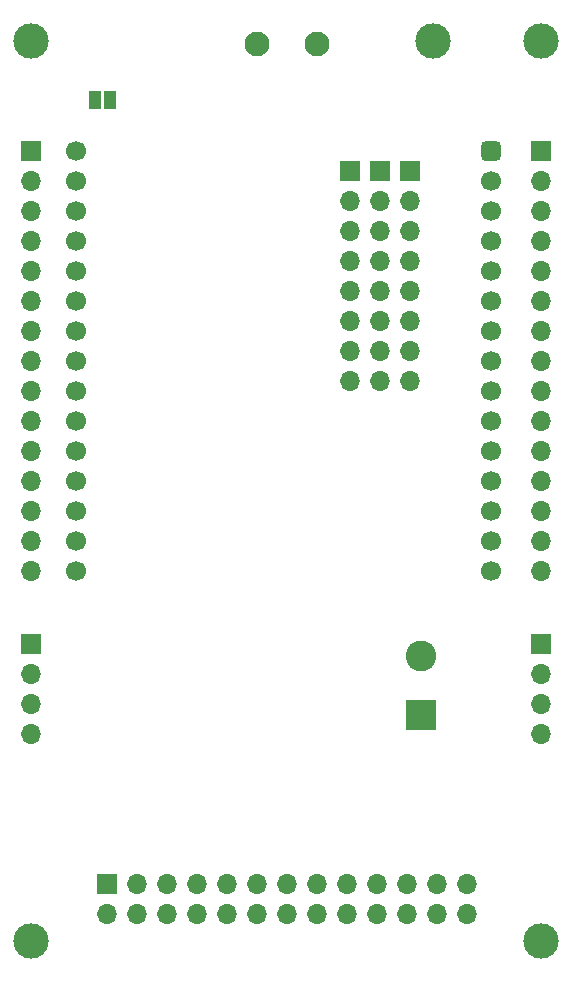
<source format=gts>
G04 #@! TF.GenerationSoftware,KiCad,Pcbnew,(6.0.7)*
G04 #@! TF.CreationDate,2023-01-29T13:56:44+08:00*
G04 #@! TF.ProjectId,mainBoard,6d61696e-426f-4617-9264-2e6b69636164,rev?*
G04 #@! TF.SameCoordinates,Original*
G04 #@! TF.FileFunction,Soldermask,Top*
G04 #@! TF.FilePolarity,Negative*
%FSLAX46Y46*%
G04 Gerber Fmt 4.6, Leading zero omitted, Abs format (unit mm)*
G04 Created by KiCad (PCBNEW (6.0.7)) date 2023-01-29 13:56:44*
%MOMM*%
%LPD*%
G01*
G04 APERTURE LIST*
G04 Aperture macros list*
%AMRoundRect*
0 Rectangle with rounded corners*
0 $1 Rounding radius*
0 $2 $3 $4 $5 $6 $7 $8 $9 X,Y pos of 4 corners*
0 Add a 4 corners polygon primitive as box body*
4,1,4,$2,$3,$4,$5,$6,$7,$8,$9,$2,$3,0*
0 Add four circle primitives for the rounded corners*
1,1,$1+$1,$2,$3*
1,1,$1+$1,$4,$5*
1,1,$1+$1,$6,$7*
1,1,$1+$1,$8,$9*
0 Add four rect primitives between the rounded corners*
20,1,$1+$1,$2,$3,$4,$5,0*
20,1,$1+$1,$4,$5,$6,$7,0*
20,1,$1+$1,$6,$7,$8,$9,0*
20,1,$1+$1,$8,$9,$2,$3,0*%
G04 Aperture macros list end*
%ADD10R,1.700000X1.700000*%
%ADD11O,1.700000X1.700000*%
%ADD12C,3.000000*%
%ADD13RoundRect,0.425000X-0.425000X-0.425000X0.425000X-0.425000X0.425000X0.425000X-0.425000X0.425000X0*%
%ADD14C,1.700000*%
%ADD15C,2.100000*%
%ADD16R,1.000000X1.500000*%
%ADD17R,2.600000X2.600000*%
%ADD18C,2.600000*%
G04 APERTURE END LIST*
D10*
X127000000Y-70305000D03*
D11*
X127000000Y-72845000D03*
X127000000Y-75385000D03*
X127000000Y-77925000D03*
X127000000Y-80465000D03*
X127000000Y-83005000D03*
X127000000Y-85545000D03*
X127000000Y-88085000D03*
X127000000Y-90625000D03*
X127000000Y-93165000D03*
X127000000Y-95705000D03*
X127000000Y-98245000D03*
X127000000Y-100785000D03*
X127000000Y-103325000D03*
X127000000Y-105865000D03*
D12*
X170180000Y-137160000D03*
D13*
X165953000Y-70305000D03*
D14*
X165953000Y-72845000D03*
X165953000Y-75385000D03*
X165953000Y-77925000D03*
X165953000Y-80465000D03*
X165953000Y-83005000D03*
X165953000Y-85545000D03*
X165953000Y-88085000D03*
X165953000Y-90625000D03*
X165953000Y-93165000D03*
X165953000Y-95705000D03*
X165953000Y-98245000D03*
X165953000Y-100785000D03*
X165953000Y-103325000D03*
X165953000Y-105865000D03*
X130745000Y-70305000D03*
X130745000Y-72845000D03*
X130745000Y-75385000D03*
X130745000Y-77925000D03*
X130745000Y-80465000D03*
X130745000Y-83005000D03*
X130745000Y-85545000D03*
X130745000Y-88085000D03*
X130745000Y-90625000D03*
X130745000Y-93165000D03*
X130745000Y-95705000D03*
X130745000Y-98245000D03*
X130745000Y-100785000D03*
X130745000Y-103325000D03*
X130745000Y-105865000D03*
D12*
X127000000Y-137160000D03*
X127000000Y-60960000D03*
X161000000Y-61000000D03*
D10*
X170180000Y-70305000D03*
D11*
X170180000Y-72845000D03*
X170180000Y-75385000D03*
X170180000Y-77925000D03*
X170180000Y-80465000D03*
X170180000Y-83005000D03*
X170180000Y-85545000D03*
X170180000Y-88085000D03*
X170180000Y-90625000D03*
X170180000Y-93165000D03*
X170180000Y-95705000D03*
X170180000Y-98245000D03*
X170180000Y-100785000D03*
X170180000Y-103325000D03*
X170180000Y-105865000D03*
D15*
X146100000Y-61200000D03*
D10*
X170180000Y-112000000D03*
D11*
X170180000Y-114540000D03*
X170180000Y-117080000D03*
X170180000Y-119620000D03*
D12*
X170180000Y-60960000D03*
D10*
X127000000Y-112000000D03*
D11*
X127000000Y-114540000D03*
X127000000Y-117080000D03*
X127000000Y-119620000D03*
D15*
X151180000Y-61200000D03*
D16*
X133650000Y-66000000D03*
X132350000Y-66000000D03*
D10*
X154000000Y-72000000D03*
D11*
X154000000Y-74540000D03*
X154000000Y-77080000D03*
X154000000Y-79620000D03*
X154000000Y-82160000D03*
X154000000Y-84700000D03*
X154000000Y-87240000D03*
X154000000Y-89780000D03*
D10*
X133365000Y-132350000D03*
D11*
X135905000Y-132350000D03*
X138445000Y-132350000D03*
X140985000Y-132350000D03*
X143525000Y-132350000D03*
X146065000Y-132350000D03*
X148605000Y-132350000D03*
X151145000Y-132350000D03*
X153685000Y-132350000D03*
X156225000Y-132350000D03*
X158765000Y-132350000D03*
X161305000Y-132350000D03*
X163845000Y-132350000D03*
X133365000Y-134890000D03*
X135905000Y-134890000D03*
X138445000Y-134890000D03*
X140985000Y-134890000D03*
X143525000Y-134890000D03*
X146065000Y-134890000D03*
X148605000Y-134890000D03*
X151145000Y-134890000D03*
X153685000Y-134890000D03*
X156225000Y-134890000D03*
X158765000Y-134890000D03*
X161305000Y-134890000D03*
X163845000Y-134890000D03*
D17*
X160000000Y-118000000D03*
D18*
X160000000Y-113000000D03*
D10*
X156540000Y-72000000D03*
D11*
X156540000Y-74540000D03*
X156540000Y-77080000D03*
X156540000Y-79620000D03*
X156540000Y-82160000D03*
X156540000Y-84700000D03*
X156540000Y-87240000D03*
X156540000Y-89780000D03*
D10*
X159080000Y-72000000D03*
D11*
X159080000Y-74540000D03*
X159080000Y-77080000D03*
X159080000Y-79620000D03*
X159080000Y-82160000D03*
X159080000Y-84700000D03*
X159080000Y-87240000D03*
X159080000Y-89780000D03*
M02*

</source>
